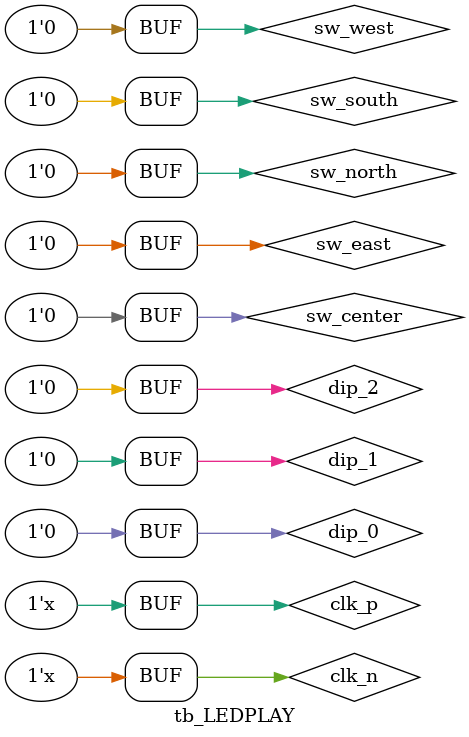
<source format=v>
`timescale 1ns / 1ps
    
module tb_LEDPLAY(
    
        );
        
        reg clk_p, clk_n;
        reg sw_north, sw_east, sw_south, sw_west, sw_center;
        reg dip_0, dip_1, dip_2;
        wire led_0, led_1, led_2, led_3, led_4, led_5, led_6,led_7;
        
        LEDPLAY U(
            .clk_p(clk_p),
            .clk_n(clk_n),
            .sw_north(sw_north),
            .sw_east(sw_east),
            .sw_south(sw_south),
            .sw_west(sw_west),
            .sw_center(sw_center),
            .dip_0(dip_0),
            .dip_1(dip_1),
            .dip_2(dip_2),
            .led_0(led_0),
            .led_1(led_1),
            .led_2(led_2),
            .led_3(led_3),
            .led_4(led_4),
            .led_5(led_5),
            .led_6(led_6),
            .led_7(led_7)
        );
        
        
        initial begin
            clk_p = 0;
            clk_n = 1;
            dip_0 = 0;
            dip_1 = 0;
            dip_2 = 0;
            sw_north = 0;
            sw_east  = 0;
            sw_south = 0;
            sw_west  = 0;
            sw_center = 0;
                      
            
            #203 sw_center = 1;
            #5 sw_center = 0;
            
            
            #1200 sw_west = 1;
            #30 sw_west = 0;
            
            #20 sw_south = 1;
            #30 sw_south = 0;
            
            
            #1200 sw_north = 1;
            #10  sw_north = 0;
            #200 sw_north = 1;
            #10  sw_north = 0;
            #200 sw_north = 1;
            #10  sw_north = 0;
            #200 sw_north = 1;
            #10  sw_north = 0;
            #200 sw_north = 1;
            #10  sw_north = 0;
            #200 sw_north = 1;
            #10  sw_north = 0;
            #200 sw_north = 1;
            #10  sw_north = 0;
            #200 sw_north = 1;
            #10  sw_north = 0;
            #200 sw_north = 1;
            #10  sw_north = 0;
            #200 sw_north = 1;
            #10  sw_north = 0;
            #200 sw_north = 1;
            #10  sw_north = 0;
            #200 sw_north = 1;
            #10  sw_north = 0;
            #200 sw_north = 1;
            #10  sw_north = 0;
            #200 sw_north = 1;
            #10  sw_north = 0;
            #200 sw_north = 1;
            #10  sw_north = 0;
            #200 sw_north = 1;
            #10  sw_north = 0;
            #200 sw_north = 1;
            #10  sw_north = 0;
            #200 sw_north = 1;
            #10  sw_north = 0;
            #200 sw_north = 1;
            #10  sw_north = 0;
            #200 sw_north = 1;
            #10  sw_north = 0;
            #200 sw_north = 1;
            #10  sw_north = 0;
            #200 sw_north = 1;
            #10  sw_north = 0;
            #200 sw_north = 1;
            #10  sw_north = 0;
            #200 sw_north = 1;
            #10  sw_north = 0;
            #200 sw_north = 1;
            #10  sw_north = 0;
            #200 sw_north = 1;
            #10  sw_north = 0;
            #200 sw_north = 1;
            #10  sw_north = 0;
            #200 sw_north = 1;
            #10  sw_north = 0;
            #200 sw_north = 1;
            #10  sw_north = 0;
            #200 sw_north = 1;
            #10  sw_north = 0;
            #200 sw_north = 1;
            #10  sw_north = 0;
            #200 sw_north = 1;
            #10  sw_north = 0;
            #200 sw_north = 1;
            #10  sw_north = 0;
            #200 sw_north = 1;
            #10  sw_north = 0;
            #200 sw_north = 1;
            #10  sw_north = 0;
//            #100 $finish;
       
        end
        
        always begin
            #1 clk_p = ~clk_p; clk_n = ~clk_n;
        end
    
endmodule

</source>
